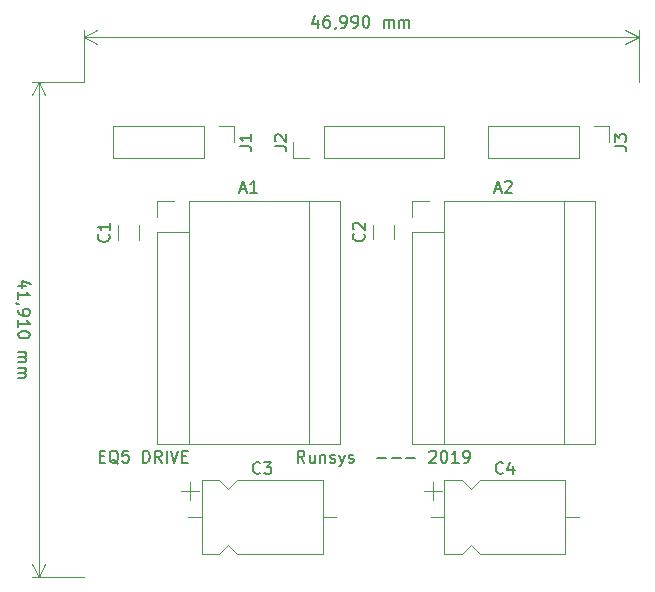
<source format=gbr>
G04 #@! TF.GenerationSoftware,KiCad,Pcbnew,5.1.5-52549c5~84~ubuntu18.04.1*
G04 #@! TF.CreationDate,2019-12-23T01:54:20+01:00*
G04 #@! TF.ProjectId,eq5drive,65713564-7269-4766-952e-6b696361645f,rev?*
G04 #@! TF.SameCoordinates,Original*
G04 #@! TF.FileFunction,Legend,Top*
G04 #@! TF.FilePolarity,Positive*
%FSLAX46Y46*%
G04 Gerber Fmt 4.6, Leading zero omitted, Abs format (unit mm)*
G04 Created by KiCad (PCBNEW 5.1.5-52549c5~84~ubuntu18.04.1) date 2019-12-23 01:54:20*
%MOMM*%
%LPD*%
G04 APERTURE LIST*
%ADD10C,0.150000*%
%ADD11C,0.120000*%
G04 APERTURE END LIST*
D10*
X94075714Y-93908571D02*
X94409047Y-93908571D01*
X94551904Y-94432380D02*
X94075714Y-94432380D01*
X94075714Y-93432380D01*
X94551904Y-93432380D01*
X95647142Y-94527619D02*
X95551904Y-94480000D01*
X95456666Y-94384761D01*
X95313809Y-94241904D01*
X95218571Y-94194285D01*
X95123333Y-94194285D01*
X95170952Y-94432380D02*
X95075714Y-94384761D01*
X94980476Y-94289523D01*
X94932857Y-94099047D01*
X94932857Y-93765714D01*
X94980476Y-93575238D01*
X95075714Y-93480000D01*
X95170952Y-93432380D01*
X95361428Y-93432380D01*
X95456666Y-93480000D01*
X95551904Y-93575238D01*
X95599523Y-93765714D01*
X95599523Y-94099047D01*
X95551904Y-94289523D01*
X95456666Y-94384761D01*
X95361428Y-94432380D01*
X95170952Y-94432380D01*
X96504285Y-93432380D02*
X96028095Y-93432380D01*
X95980476Y-93908571D01*
X96028095Y-93860952D01*
X96123333Y-93813333D01*
X96361428Y-93813333D01*
X96456666Y-93860952D01*
X96504285Y-93908571D01*
X96551904Y-94003809D01*
X96551904Y-94241904D01*
X96504285Y-94337142D01*
X96456666Y-94384761D01*
X96361428Y-94432380D01*
X96123333Y-94432380D01*
X96028095Y-94384761D01*
X95980476Y-94337142D01*
X97742380Y-94432380D02*
X97742380Y-93432380D01*
X97980476Y-93432380D01*
X98123333Y-93480000D01*
X98218571Y-93575238D01*
X98266190Y-93670476D01*
X98313809Y-93860952D01*
X98313809Y-94003809D01*
X98266190Y-94194285D01*
X98218571Y-94289523D01*
X98123333Y-94384761D01*
X97980476Y-94432380D01*
X97742380Y-94432380D01*
X99313809Y-94432380D02*
X98980476Y-93956190D01*
X98742380Y-94432380D02*
X98742380Y-93432380D01*
X99123333Y-93432380D01*
X99218571Y-93480000D01*
X99266190Y-93527619D01*
X99313809Y-93622857D01*
X99313809Y-93765714D01*
X99266190Y-93860952D01*
X99218571Y-93908571D01*
X99123333Y-93956190D01*
X98742380Y-93956190D01*
X99742380Y-94432380D02*
X99742380Y-93432380D01*
X100075714Y-93432380D02*
X100409047Y-94432380D01*
X100742380Y-93432380D01*
X101075714Y-93908571D02*
X101409047Y-93908571D01*
X101551904Y-94432380D02*
X101075714Y-94432380D01*
X101075714Y-93432380D01*
X101551904Y-93432380D01*
X87844285Y-79518333D02*
X87177619Y-79518333D01*
X88225238Y-79280238D02*
X87510952Y-79042142D01*
X87510952Y-79661190D01*
X87177619Y-80565952D02*
X87177619Y-79994523D01*
X87177619Y-80280238D02*
X88177619Y-80280238D01*
X88034761Y-80185000D01*
X87939523Y-80089761D01*
X87891904Y-79994523D01*
X87225238Y-81042142D02*
X87177619Y-81042142D01*
X87082380Y-80994523D01*
X87034761Y-80946904D01*
X87177619Y-81518333D02*
X87177619Y-81708809D01*
X87225238Y-81804047D01*
X87272857Y-81851666D01*
X87415714Y-81946904D01*
X87606190Y-81994523D01*
X87987142Y-81994523D01*
X88082380Y-81946904D01*
X88130000Y-81899285D01*
X88177619Y-81804047D01*
X88177619Y-81613571D01*
X88130000Y-81518333D01*
X88082380Y-81470714D01*
X87987142Y-81423095D01*
X87749047Y-81423095D01*
X87653809Y-81470714D01*
X87606190Y-81518333D01*
X87558571Y-81613571D01*
X87558571Y-81804047D01*
X87606190Y-81899285D01*
X87653809Y-81946904D01*
X87749047Y-81994523D01*
X87177619Y-82946904D02*
X87177619Y-82375476D01*
X87177619Y-82661190D02*
X88177619Y-82661190D01*
X88034761Y-82565952D01*
X87939523Y-82470714D01*
X87891904Y-82375476D01*
X88177619Y-83565952D02*
X88177619Y-83661190D01*
X88130000Y-83756428D01*
X88082380Y-83804047D01*
X87987142Y-83851666D01*
X87796666Y-83899285D01*
X87558571Y-83899285D01*
X87368095Y-83851666D01*
X87272857Y-83804047D01*
X87225238Y-83756428D01*
X87177619Y-83661190D01*
X87177619Y-83565952D01*
X87225238Y-83470714D01*
X87272857Y-83423095D01*
X87368095Y-83375476D01*
X87558571Y-83327857D01*
X87796666Y-83327857D01*
X87987142Y-83375476D01*
X88082380Y-83423095D01*
X88130000Y-83470714D01*
X88177619Y-83565952D01*
X87177619Y-85089761D02*
X87844285Y-85089761D01*
X87749047Y-85089761D02*
X87796666Y-85137380D01*
X87844285Y-85232619D01*
X87844285Y-85375476D01*
X87796666Y-85470714D01*
X87701428Y-85518333D01*
X87177619Y-85518333D01*
X87701428Y-85518333D02*
X87796666Y-85565952D01*
X87844285Y-85661190D01*
X87844285Y-85804047D01*
X87796666Y-85899285D01*
X87701428Y-85946904D01*
X87177619Y-85946904D01*
X87177619Y-86423095D02*
X87844285Y-86423095D01*
X87749047Y-86423095D02*
X87796666Y-86470714D01*
X87844285Y-86565952D01*
X87844285Y-86708809D01*
X87796666Y-86804047D01*
X87701428Y-86851666D01*
X87177619Y-86851666D01*
X87701428Y-86851666D02*
X87796666Y-86899285D01*
X87844285Y-86994523D01*
X87844285Y-87137380D01*
X87796666Y-87232619D01*
X87701428Y-87280238D01*
X87177619Y-87280238D01*
D11*
X88900000Y-62230000D02*
X88900000Y-104140000D01*
X92710000Y-62230000D02*
X88313579Y-62230000D01*
X92710000Y-104140000D02*
X88313579Y-104140000D01*
X88900000Y-104140000D02*
X88313579Y-103013496D01*
X88900000Y-104140000D02*
X89486421Y-103013496D01*
X88900000Y-62230000D02*
X88313579Y-63356504D01*
X88900000Y-62230000D02*
X89486421Y-63356504D01*
D10*
X112538333Y-56935714D02*
X112538333Y-57602380D01*
X112300238Y-56554761D02*
X112062142Y-57269047D01*
X112681190Y-57269047D01*
X113490714Y-56602380D02*
X113300238Y-56602380D01*
X113205000Y-56650000D01*
X113157380Y-56697619D01*
X113062142Y-56840476D01*
X113014523Y-57030952D01*
X113014523Y-57411904D01*
X113062142Y-57507142D01*
X113109761Y-57554761D01*
X113205000Y-57602380D01*
X113395476Y-57602380D01*
X113490714Y-57554761D01*
X113538333Y-57507142D01*
X113585952Y-57411904D01*
X113585952Y-57173809D01*
X113538333Y-57078571D01*
X113490714Y-57030952D01*
X113395476Y-56983333D01*
X113205000Y-56983333D01*
X113109761Y-57030952D01*
X113062142Y-57078571D01*
X113014523Y-57173809D01*
X114062142Y-57554761D02*
X114062142Y-57602380D01*
X114014523Y-57697619D01*
X113966904Y-57745238D01*
X114538333Y-57602380D02*
X114728809Y-57602380D01*
X114824047Y-57554761D01*
X114871666Y-57507142D01*
X114966904Y-57364285D01*
X115014523Y-57173809D01*
X115014523Y-56792857D01*
X114966904Y-56697619D01*
X114919285Y-56650000D01*
X114824047Y-56602380D01*
X114633571Y-56602380D01*
X114538333Y-56650000D01*
X114490714Y-56697619D01*
X114443095Y-56792857D01*
X114443095Y-57030952D01*
X114490714Y-57126190D01*
X114538333Y-57173809D01*
X114633571Y-57221428D01*
X114824047Y-57221428D01*
X114919285Y-57173809D01*
X114966904Y-57126190D01*
X115014523Y-57030952D01*
X115490714Y-57602380D02*
X115681190Y-57602380D01*
X115776428Y-57554761D01*
X115824047Y-57507142D01*
X115919285Y-57364285D01*
X115966904Y-57173809D01*
X115966904Y-56792857D01*
X115919285Y-56697619D01*
X115871666Y-56650000D01*
X115776428Y-56602380D01*
X115585952Y-56602380D01*
X115490714Y-56650000D01*
X115443095Y-56697619D01*
X115395476Y-56792857D01*
X115395476Y-57030952D01*
X115443095Y-57126190D01*
X115490714Y-57173809D01*
X115585952Y-57221428D01*
X115776428Y-57221428D01*
X115871666Y-57173809D01*
X115919285Y-57126190D01*
X115966904Y-57030952D01*
X116585952Y-56602380D02*
X116681190Y-56602380D01*
X116776428Y-56650000D01*
X116824047Y-56697619D01*
X116871666Y-56792857D01*
X116919285Y-56983333D01*
X116919285Y-57221428D01*
X116871666Y-57411904D01*
X116824047Y-57507142D01*
X116776428Y-57554761D01*
X116681190Y-57602380D01*
X116585952Y-57602380D01*
X116490714Y-57554761D01*
X116443095Y-57507142D01*
X116395476Y-57411904D01*
X116347857Y-57221428D01*
X116347857Y-56983333D01*
X116395476Y-56792857D01*
X116443095Y-56697619D01*
X116490714Y-56650000D01*
X116585952Y-56602380D01*
X118109761Y-57602380D02*
X118109761Y-56935714D01*
X118109761Y-57030952D02*
X118157380Y-56983333D01*
X118252619Y-56935714D01*
X118395476Y-56935714D01*
X118490714Y-56983333D01*
X118538333Y-57078571D01*
X118538333Y-57602380D01*
X118538333Y-57078571D02*
X118585952Y-56983333D01*
X118681190Y-56935714D01*
X118824047Y-56935714D01*
X118919285Y-56983333D01*
X118966904Y-57078571D01*
X118966904Y-57602380D01*
X119443095Y-57602380D02*
X119443095Y-56935714D01*
X119443095Y-57030952D02*
X119490714Y-56983333D01*
X119585952Y-56935714D01*
X119728809Y-56935714D01*
X119824047Y-56983333D01*
X119871666Y-57078571D01*
X119871666Y-57602380D01*
X119871666Y-57078571D02*
X119919285Y-56983333D01*
X120014523Y-56935714D01*
X120157380Y-56935714D01*
X120252619Y-56983333D01*
X120300238Y-57078571D01*
X120300238Y-57602380D01*
D11*
X92710000Y-58420000D02*
X139700000Y-58420000D01*
X92710000Y-62230000D02*
X92710000Y-57833579D01*
X139700000Y-62230000D02*
X139700000Y-57833579D01*
X139700000Y-58420000D02*
X138573496Y-59006421D01*
X139700000Y-58420000D02*
X138573496Y-57833579D01*
X92710000Y-58420000D02*
X93836504Y-59006421D01*
X92710000Y-58420000D02*
X93836504Y-57833579D01*
D10*
X111419523Y-94432380D02*
X111086190Y-93956190D01*
X110848095Y-94432380D02*
X110848095Y-93432380D01*
X111229047Y-93432380D01*
X111324285Y-93480000D01*
X111371904Y-93527619D01*
X111419523Y-93622857D01*
X111419523Y-93765714D01*
X111371904Y-93860952D01*
X111324285Y-93908571D01*
X111229047Y-93956190D01*
X110848095Y-93956190D01*
X112276666Y-93765714D02*
X112276666Y-94432380D01*
X111848095Y-93765714D02*
X111848095Y-94289523D01*
X111895714Y-94384761D01*
X111990952Y-94432380D01*
X112133809Y-94432380D01*
X112229047Y-94384761D01*
X112276666Y-94337142D01*
X112752857Y-93765714D02*
X112752857Y-94432380D01*
X112752857Y-93860952D02*
X112800476Y-93813333D01*
X112895714Y-93765714D01*
X113038571Y-93765714D01*
X113133809Y-93813333D01*
X113181428Y-93908571D01*
X113181428Y-94432380D01*
X113610000Y-94384761D02*
X113705238Y-94432380D01*
X113895714Y-94432380D01*
X113990952Y-94384761D01*
X114038571Y-94289523D01*
X114038571Y-94241904D01*
X113990952Y-94146666D01*
X113895714Y-94099047D01*
X113752857Y-94099047D01*
X113657619Y-94051428D01*
X113610000Y-93956190D01*
X113610000Y-93908571D01*
X113657619Y-93813333D01*
X113752857Y-93765714D01*
X113895714Y-93765714D01*
X113990952Y-93813333D01*
X114371904Y-93765714D02*
X114610000Y-94432380D01*
X114848095Y-93765714D02*
X114610000Y-94432380D01*
X114514761Y-94670476D01*
X114467142Y-94718095D01*
X114371904Y-94765714D01*
X115181428Y-94384761D02*
X115276666Y-94432380D01*
X115467142Y-94432380D01*
X115562380Y-94384761D01*
X115610000Y-94289523D01*
X115610000Y-94241904D01*
X115562380Y-94146666D01*
X115467142Y-94099047D01*
X115324285Y-94099047D01*
X115229047Y-94051428D01*
X115181428Y-93956190D01*
X115181428Y-93908571D01*
X115229047Y-93813333D01*
X115324285Y-93765714D01*
X115467142Y-93765714D01*
X115562380Y-93813333D01*
X117562380Y-94051428D02*
X118324285Y-94051428D01*
X118800476Y-94051428D02*
X119562380Y-94051428D01*
X120038571Y-94051428D02*
X120800476Y-94051428D01*
X121990952Y-93527619D02*
X122038571Y-93480000D01*
X122133809Y-93432380D01*
X122371904Y-93432380D01*
X122467142Y-93480000D01*
X122514761Y-93527619D01*
X122562380Y-93622857D01*
X122562380Y-93718095D01*
X122514761Y-93860952D01*
X121943333Y-94432380D01*
X122562380Y-94432380D01*
X123181428Y-93432380D02*
X123276666Y-93432380D01*
X123371904Y-93480000D01*
X123419523Y-93527619D01*
X123467142Y-93622857D01*
X123514761Y-93813333D01*
X123514761Y-94051428D01*
X123467142Y-94241904D01*
X123419523Y-94337142D01*
X123371904Y-94384761D01*
X123276666Y-94432380D01*
X123181428Y-94432380D01*
X123086190Y-94384761D01*
X123038571Y-94337142D01*
X122990952Y-94241904D01*
X122943333Y-94051428D01*
X122943333Y-93813333D01*
X122990952Y-93622857D01*
X123038571Y-93527619D01*
X123086190Y-93480000D01*
X123181428Y-93432380D01*
X124467142Y-94432380D02*
X123895714Y-94432380D01*
X124181428Y-94432380D02*
X124181428Y-93432380D01*
X124086190Y-93575238D01*
X123990952Y-93670476D01*
X123895714Y-93718095D01*
X124943333Y-94432380D02*
X125133809Y-94432380D01*
X125229047Y-94384761D01*
X125276666Y-94337142D01*
X125371904Y-94194285D01*
X125419523Y-94003809D01*
X125419523Y-93622857D01*
X125371904Y-93527619D01*
X125324285Y-93480000D01*
X125229047Y-93432380D01*
X125038571Y-93432380D01*
X124943333Y-93480000D01*
X124895714Y-93527619D01*
X124848095Y-93622857D01*
X124848095Y-93860952D01*
X124895714Y-93956190D01*
X124943333Y-94003809D01*
X125038571Y-94051428D01*
X125229047Y-94051428D01*
X125324285Y-94003809D01*
X125371904Y-93956190D01*
X125419523Y-93860952D01*
D11*
X136020000Y-72260000D02*
X123190000Y-72260000D01*
X136020000Y-92840000D02*
X136020000Y-72260000D01*
X120520000Y-92840000D02*
X136020000Y-92840000D01*
X120520000Y-74930000D02*
X120520000Y-92840000D01*
X123190000Y-74930000D02*
X120520000Y-74930000D01*
X123190000Y-72260000D02*
X123190000Y-74930000D01*
X120520000Y-72260000D02*
X120520000Y-73660000D01*
X121920000Y-72260000D02*
X120520000Y-72260000D01*
X123190000Y-74930000D02*
X123190000Y-92840000D01*
X133350000Y-72260000D02*
X133350000Y-92840000D01*
X111760000Y-72260000D02*
X111760000Y-92840000D01*
X101600000Y-74930000D02*
X101600000Y-92840000D01*
X100330000Y-72260000D02*
X98930000Y-72260000D01*
X98930000Y-72260000D02*
X98930000Y-73660000D01*
X101600000Y-72260000D02*
X101600000Y-74930000D01*
X101600000Y-74930000D02*
X98930000Y-74930000D01*
X98930000Y-74930000D02*
X98930000Y-92840000D01*
X98930000Y-92840000D02*
X114430000Y-92840000D01*
X114430000Y-92840000D02*
X114430000Y-72260000D01*
X114430000Y-72260000D02*
X101600000Y-72260000D01*
X95600000Y-75579000D02*
X95600000Y-74321000D01*
X97440000Y-75579000D02*
X97440000Y-74321000D01*
X119030000Y-75539000D02*
X119030000Y-74281000D01*
X117190000Y-75539000D02*
X117190000Y-74281000D01*
X100960000Y-96860000D02*
X102460000Y-96860000D01*
X101710000Y-96110000D02*
X101710000Y-97610000D01*
X102710000Y-95940000D02*
X102710000Y-102180000D01*
X112950000Y-95940000D02*
X112950000Y-102180000D01*
X102710000Y-95940000D02*
X104210000Y-95940000D01*
X104210000Y-95940000D02*
X104960000Y-96690000D01*
X104960000Y-96690000D02*
X105710000Y-95940000D01*
X105710000Y-95940000D02*
X112950000Y-95940000D01*
X102710000Y-102180000D02*
X104210000Y-102180000D01*
X104210000Y-102180000D02*
X104960000Y-101430000D01*
X104960000Y-101430000D02*
X105710000Y-102180000D01*
X105710000Y-102180000D02*
X112950000Y-102180000D01*
X101570000Y-99060000D02*
X102710000Y-99060000D01*
X114090000Y-99060000D02*
X112950000Y-99060000D01*
X134650000Y-99060000D02*
X133510000Y-99060000D01*
X122130000Y-99060000D02*
X123270000Y-99060000D01*
X126270000Y-102180000D02*
X133510000Y-102180000D01*
X125520000Y-101430000D02*
X126270000Y-102180000D01*
X124770000Y-102180000D02*
X125520000Y-101430000D01*
X123270000Y-102180000D02*
X124770000Y-102180000D01*
X126270000Y-95940000D02*
X133510000Y-95940000D01*
X125520000Y-96690000D02*
X126270000Y-95940000D01*
X124770000Y-95940000D02*
X125520000Y-96690000D01*
X123270000Y-95940000D02*
X124770000Y-95940000D01*
X133510000Y-95940000D02*
X133510000Y-102180000D01*
X123270000Y-95940000D02*
X123270000Y-102180000D01*
X122270000Y-96110000D02*
X122270000Y-97610000D01*
X121520000Y-96860000D02*
X123020000Y-96860000D01*
X95190000Y-65980000D02*
X95190000Y-68640000D01*
X102870000Y-65980000D02*
X95190000Y-65980000D01*
X102870000Y-68640000D02*
X95190000Y-68640000D01*
X102870000Y-65980000D02*
X102870000Y-68640000D01*
X104140000Y-65980000D02*
X105470000Y-65980000D01*
X105470000Y-65980000D02*
X105470000Y-67310000D01*
X123250000Y-68640000D02*
X123250000Y-65980000D01*
X113030000Y-68640000D02*
X123250000Y-68640000D01*
X113030000Y-65980000D02*
X123250000Y-65980000D01*
X113030000Y-68640000D02*
X113030000Y-65980000D01*
X111760000Y-68640000D02*
X110430000Y-68640000D01*
X110430000Y-68640000D02*
X110430000Y-67310000D01*
X137220000Y-65980000D02*
X137220000Y-67310000D01*
X135890000Y-65980000D02*
X137220000Y-65980000D01*
X134620000Y-65980000D02*
X134620000Y-68640000D01*
X134620000Y-68640000D02*
X126940000Y-68640000D01*
X134620000Y-65980000D02*
X126940000Y-65980000D01*
X126940000Y-65980000D02*
X126940000Y-68640000D01*
D10*
X127555714Y-71286666D02*
X128031904Y-71286666D01*
X127460476Y-71572380D02*
X127793809Y-70572380D01*
X128127142Y-71572380D01*
X128412857Y-70667619D02*
X128460476Y-70620000D01*
X128555714Y-70572380D01*
X128793809Y-70572380D01*
X128889047Y-70620000D01*
X128936666Y-70667619D01*
X128984285Y-70762857D01*
X128984285Y-70858095D01*
X128936666Y-71000952D01*
X128365238Y-71572380D01*
X128984285Y-71572380D01*
X105965714Y-71286666D02*
X106441904Y-71286666D01*
X105870476Y-71572380D02*
X106203809Y-70572380D01*
X106537142Y-71572380D01*
X107394285Y-71572380D02*
X106822857Y-71572380D01*
X107108571Y-71572380D02*
X107108571Y-70572380D01*
X107013333Y-70715238D01*
X106918095Y-70810476D01*
X106822857Y-70858095D01*
X94827142Y-75116666D02*
X94874761Y-75164285D01*
X94922380Y-75307142D01*
X94922380Y-75402380D01*
X94874761Y-75545238D01*
X94779523Y-75640476D01*
X94684285Y-75688095D01*
X94493809Y-75735714D01*
X94350952Y-75735714D01*
X94160476Y-75688095D01*
X94065238Y-75640476D01*
X93970000Y-75545238D01*
X93922380Y-75402380D01*
X93922380Y-75307142D01*
X93970000Y-75164285D01*
X94017619Y-75116666D01*
X94922380Y-74164285D02*
X94922380Y-74735714D01*
X94922380Y-74450000D02*
X93922380Y-74450000D01*
X94065238Y-74545238D01*
X94160476Y-74640476D01*
X94208095Y-74735714D01*
X116417142Y-75076666D02*
X116464761Y-75124285D01*
X116512380Y-75267142D01*
X116512380Y-75362380D01*
X116464761Y-75505238D01*
X116369523Y-75600476D01*
X116274285Y-75648095D01*
X116083809Y-75695714D01*
X115940952Y-75695714D01*
X115750476Y-75648095D01*
X115655238Y-75600476D01*
X115560000Y-75505238D01*
X115512380Y-75362380D01*
X115512380Y-75267142D01*
X115560000Y-75124285D01*
X115607619Y-75076666D01*
X115607619Y-74695714D02*
X115560000Y-74648095D01*
X115512380Y-74552857D01*
X115512380Y-74314761D01*
X115560000Y-74219523D01*
X115607619Y-74171904D01*
X115702857Y-74124285D01*
X115798095Y-74124285D01*
X115940952Y-74171904D01*
X116512380Y-74743333D01*
X116512380Y-74124285D01*
X107663333Y-95297142D02*
X107615714Y-95344761D01*
X107472857Y-95392380D01*
X107377619Y-95392380D01*
X107234761Y-95344761D01*
X107139523Y-95249523D01*
X107091904Y-95154285D01*
X107044285Y-94963809D01*
X107044285Y-94820952D01*
X107091904Y-94630476D01*
X107139523Y-94535238D01*
X107234761Y-94440000D01*
X107377619Y-94392380D01*
X107472857Y-94392380D01*
X107615714Y-94440000D01*
X107663333Y-94487619D01*
X107996666Y-94392380D02*
X108615714Y-94392380D01*
X108282380Y-94773333D01*
X108425238Y-94773333D01*
X108520476Y-94820952D01*
X108568095Y-94868571D01*
X108615714Y-94963809D01*
X108615714Y-95201904D01*
X108568095Y-95297142D01*
X108520476Y-95344761D01*
X108425238Y-95392380D01*
X108139523Y-95392380D01*
X108044285Y-95344761D01*
X107996666Y-95297142D01*
X128223333Y-95297142D02*
X128175714Y-95344761D01*
X128032857Y-95392380D01*
X127937619Y-95392380D01*
X127794761Y-95344761D01*
X127699523Y-95249523D01*
X127651904Y-95154285D01*
X127604285Y-94963809D01*
X127604285Y-94820952D01*
X127651904Y-94630476D01*
X127699523Y-94535238D01*
X127794761Y-94440000D01*
X127937619Y-94392380D01*
X128032857Y-94392380D01*
X128175714Y-94440000D01*
X128223333Y-94487619D01*
X129080476Y-94725714D02*
X129080476Y-95392380D01*
X128842380Y-94344761D02*
X128604285Y-95059047D01*
X129223333Y-95059047D01*
X105922380Y-67643333D02*
X106636666Y-67643333D01*
X106779523Y-67690952D01*
X106874761Y-67786190D01*
X106922380Y-67929047D01*
X106922380Y-68024285D01*
X106922380Y-66643333D02*
X106922380Y-67214761D01*
X106922380Y-66929047D02*
X105922380Y-66929047D01*
X106065238Y-67024285D01*
X106160476Y-67119523D01*
X106208095Y-67214761D01*
X108882380Y-67643333D02*
X109596666Y-67643333D01*
X109739523Y-67690952D01*
X109834761Y-67786190D01*
X109882380Y-67929047D01*
X109882380Y-68024285D01*
X108977619Y-67214761D02*
X108930000Y-67167142D01*
X108882380Y-67071904D01*
X108882380Y-66833809D01*
X108930000Y-66738571D01*
X108977619Y-66690952D01*
X109072857Y-66643333D01*
X109168095Y-66643333D01*
X109310952Y-66690952D01*
X109882380Y-67262380D01*
X109882380Y-66643333D01*
X137672380Y-67643333D02*
X138386666Y-67643333D01*
X138529523Y-67690952D01*
X138624761Y-67786190D01*
X138672380Y-67929047D01*
X138672380Y-68024285D01*
X137672380Y-67262380D02*
X137672380Y-66643333D01*
X138053333Y-66976666D01*
X138053333Y-66833809D01*
X138100952Y-66738571D01*
X138148571Y-66690952D01*
X138243809Y-66643333D01*
X138481904Y-66643333D01*
X138577142Y-66690952D01*
X138624761Y-66738571D01*
X138672380Y-66833809D01*
X138672380Y-67119523D01*
X138624761Y-67214761D01*
X138577142Y-67262380D01*
M02*

</source>
